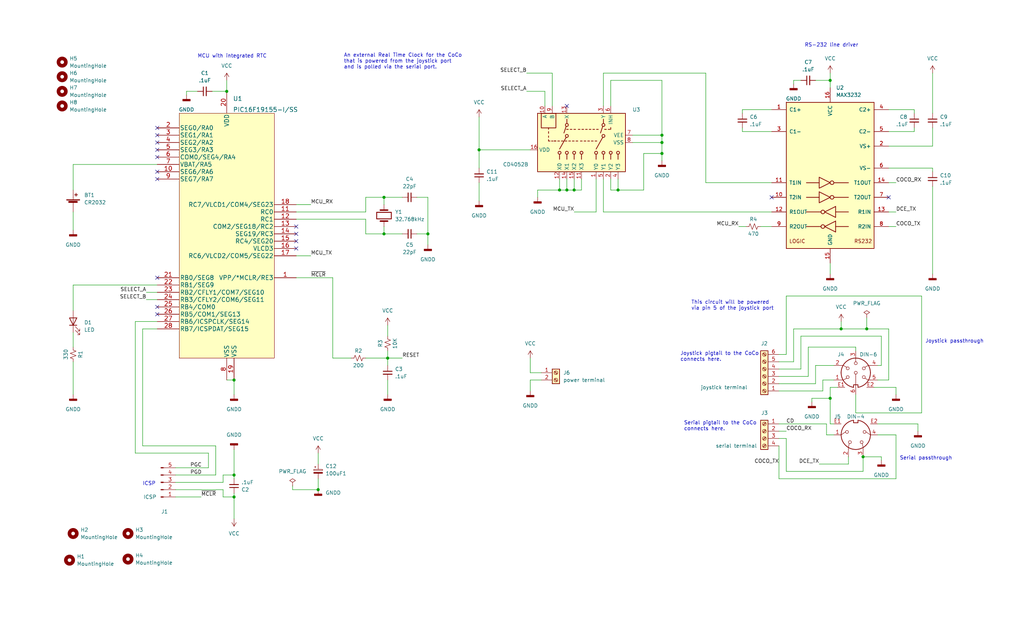
<source format=kicad_sch>
(kicad_sch (version 20211123) (generator eeschema)
  (paper "USLegal")
  (title_block (title "RS-232 RTC for the Tandy Color Computer") (date "2023-02-26") (rev "1.0.1") (comment 2 "Designed by Mark Siegel and Rocky Hill."))
  (lib_symbols
    (symbol "Analog_Switch:CD4052B"
      (property "Reference" "U" (at -10.16 16.51 0))
      (property "Value" "CD4052B" (at 3.81 16.51 0))
      (symbol "CD4052B_1_1"
        (pin bidirectional line (at 12.7 -5.08 180) (length 2.54) (name "Y0") (number "1"))
        (pin input line (at -12.7 12.7 0) (length 2.54) (name "A") (number "10"))
        (pin bidirectional line (at 12.7 0 180) (length 2.54) (name "X3") (number "11"))
        (pin bidirectional line (at 12.7 7.62 180) (length 2.54) (name "X0") (number "12"))
        (pin bidirectional line (at -12.7 5.08 0) (length 2.54) (name "X") (number "13"))
        (pin bidirectional line (at 12.7 5.08 180) (length 2.54) (name "X1") (number "14"))
        (pin bidirectional line (at 12.7 2.54 180) (length 2.54) (name "X2") (number "15"))
        (pin power_in line (at 2.54 17.78 270) (length 2.54) (name "VDD") (number "16"))
        (pin bidirectional line (at 12.7 -10.16 180) (length 2.54) (name "Y2") (number "2"))
        (pin bidirectional line (at -12.7 -7.62 0) (length 2.54) (name "Y") (number "3"))
        (pin bidirectional line (at 12.7 -12.7 180) (length 2.54) (name "Y3") (number "4"))
        (pin bidirectional line (at 12.7 -7.62 180) (length 2.54) (name "Y1") (number "5"))
        (pin input line (at -12.7 -10.16 0) (length 2.54) (name "INH") (number "6"))
        (pin power_in line (at -2.54 -17.78 90) (length 2.54) (name "VEE") (number "7"))
        (pin power_in line (at 0 -17.78 90) (length 2.54) (name "VSS") (number "8"))
        (pin input line (at -12.7 10.16 0) (length 2.54) (name "B") (number "9"))
      )
    )
    (symbol "Connector:Conn_01x05_Male" (pin_names (offset 1.016) hide)
      (property "Reference" "J" (at 0 7.62 0))
      (property "Value" "Conn_01x05_Male" (at 0 -7.62 0))
      (symbol "Conn_01x05_Male_1_1"
        (pin passive line (at 5.08 5.08 180) (length 3.81) (name "Pin_1") (number "1"))
        (pin passive line (at 5.08 2.54 180) (length 3.81) (name "Pin_2") (number "2"))
        (pin passive line (at 5.08 0 180) (length 3.81) (name "Pin_3") (number "3"))
        (pin passive line (at 5.08 -2.54 180) (length 3.81) (name "Pin_4") (number "4"))
        (pin passive line (at 5.08 -5.08 180) (length 3.81) (name "Pin_5") (number "5"))
      )
    )
    (symbol "Connector:Screw_Terminal_01x02" (pin_names (offset 1.016) hide)
      (property "Reference" "J" (at 0 2.54 0))
      (property "Value" "Screw_Terminal_01x02" (at 0 -5.08 0))
      (symbol "Screw_Terminal_01x02_1_1"
        (pin passive line (at -5.08 0 0) (length 3.81) (name "Pin_1") (number "1"))
        (pin passive line (at -5.08 -2.54 0) (length 3.81) (name "Pin_2") (number "2"))
      )
    )
    (symbol "Connector:Screw_Terminal_01x04" (pin_names (offset 1.016) hide)
      (property "Reference" "J" (at 0 5.08 0))
      (property "Value" "Screw_Terminal_01x04" (at 0 -7.62 0))
      (symbol "Screw_Terminal_01x04_1_1"
        (pin passive line (at -5.08 2.54 0) (length 3.81) (name "Pin_1") (number "1"))
        (pin passive line (at -5.08 0 0) (length 3.81) (name "Pin_2") (number "2"))
        (pin passive line (at -5.08 -2.54 0) (length 3.81) (name "Pin_3") (number "3"))
        (pin passive line (at -5.08 -5.08 0) (length 3.81) (name "Pin_4") (number "4"))
      )
    )
    (symbol "Connector:Screw_Terminal_01x06" (pin_names (offset 1.016) hide)
      (property "Reference" "J" (at 0 7.62 0))
      (property "Value" "Screw_Terminal_01x06" (at 0 -10.16 0))
      (symbol "Screw_Terminal_01x06_1_1"
        (pin passive line (at -5.08 5.08 0) (length 3.81) (name "Pin_1") (number "1"))
        (pin passive line (at -5.08 2.54 0) (length 3.81) (name "Pin_2") (number "2"))
        (pin passive line (at -5.08 0 0) (length 3.81) (name "Pin_3") (number "3"))
        (pin passive line (at -5.08 -2.54 0) (length 3.81) (name "Pin_4") (number "4"))
        (pin passive line (at -5.08 -5.08 0) (length 3.81) (name "Pin_5") (number "5"))
        (pin passive line (at -5.08 -7.62 0) (length 3.81) (name "Pin_6") (number "6"))
      )
    )
    (symbol "Device:Battery_Cell" (pin_numbers hide) (pin_names (offset 0) hide)
      (property "Reference" "BT" (at 2.54 2.54 0))
      (property "Value" "Battery_Cell" (at 2.54 0 0))
      (symbol "Battery_Cell_1_1"
        (pin passive line (at 0 5.08 270) (length 2.54) (name "+") (number "1"))
        (pin passive line (at 0 -2.54 90) (length 2.54) (name "-") (number "2"))
      )
    )
    (symbol "Device:C_Polarized_Small" (pin_numbers hide) (pin_names (offset 0.254) hide)
      (property "Reference" "C" (at 0.254 1.778 0))
      (property "Value" "C_Polarized_Small" (at 0.254 -2.032 0))
      (symbol "C_Polarized_Small_1_1"
        (pin passive line (at 0 2.54 270) (length 1.8542) (name "~") (number "1"))
        (pin passive line (at 0 -2.54 90) (length 1.8542) (name "~") (number "2"))
      )
    )
    (symbol "Device:C_Small" (pin_numbers hide) (pin_names (offset 0.254) hide)
      (property "Reference" "C" (at 0.254 1.778 0))
      (property "Value" "C_Small" (at 0.254 -2.032 0))
      (symbol "C_Small_1_1"
        (pin passive line (at 0 2.54 270) (length 2.032) (name "~") (number "1"))
        (pin passive line (at 0 -2.54 90) (length 2.032) (name "~") (number "2"))
      )
    )
    (symbol "Device:Crystal" (pin_numbers hide) (pin_names (offset 1.016) hide)
      (property "Reference" "Y" (at 0 3.81 0))
      (property "Value" "Crystal" (at 0 -3.81 0))
      (symbol "Crystal_1_1"
        (pin passive line (at -3.81 0 0) (length 1.27) (name "1") (number "1"))
        (pin passive line (at 3.81 0 180) (length 1.27) (name "2") (number "2"))
      )
    )
    (symbol "Device:LED" (pin_numbers hide) (pin_names (offset 1.016) hide)
      (property "Reference" "D" (at 0 2.54 0))
      (property "Value" "LED" (at 0 -2.54 0))
      (symbol "LED_1_1"
        (pin passive line (at -3.81 0 0) (length 2.54) (name "K") (number "1"))
        (pin passive line (at 3.81 0 180) (length 2.54) (name "A") (number "2"))
      )
    )
    (symbol "Device:R_Small_US" (pin_numbers hide) (pin_names (offset 0.254) hide)
      (property "Reference" "R" (at 0.762 0.508 0))
      (property "Value" "R_Small_US" (at 0.762 -1.016 0))
      (symbol "R_Small_US_1_1"
        (pin passive line (at 0 2.54 270) (length 1.016) (name "~") (number "1"))
        (pin passive line (at 0 -2.54 90) (length 1.016) (name "~") (number "2"))
      )
    )
    (symbol "Interface_UART:MAX3232" (pin_names (offset 1.016))
      (property "Reference" "U" (at -2.54 28.575 0))
      (property "Value" "MAX3232" (at -2.54 26.67 0))
      (symbol "MAX3232_0_0"
        (text "LOGIC" (at -11.43 -22.86 0) (effects (font (size 1.27 1.27))))
        (text "RS232" (at 11.43 -22.86 0) (effects (font (size 1.27 1.27))))
      )
      (symbol "MAX3232_1_1"
        (pin passive line (at -20.32 22.86 0) (length 5.08) (name "C1+") (number "1"))
        (pin input line (at -20.32 -7.62 0) (length 5.08) (name "T2IN") (number "10"))
        (pin input line (at -20.32 -2.54 0) (length 5.08) (name "T1IN") (number "11"))
        (pin output line (at -20.32 -12.7 0) (length 5.08) (name "R1OUT") (number "12"))
        (pin input line (at 20.32 -12.7 180) (length 5.08) (name "R1IN") (number "13"))
        (pin output line (at 20.32 -2.54 180) (length 5.08) (name "T1OUT") (number "14"))
        (pin power_in line (at 0 -30.48 90) (length 5.08) (name "GND") (number "15"))
        (pin power_in line (at 0 30.48 270) (length 5.08) (name "VCC") (number "16"))
        (pin power_out line (at 20.32 10.16 180) (length 5.08) (name "VS+") (number "2"))
        (pin passive line (at -20.32 15.24 0) (length 5.08) (name "C1-") (number "3"))
        (pin passive line (at 20.32 22.86 180) (length 5.08) (name "C2+") (number "4"))
        (pin passive line (at 20.32 15.24 180) (length 5.08) (name "C2-") (number "5"))
        (pin power_out line (at 20.32 2.54 180) (length 5.08) (name "VS-") (number "6"))
        (pin output line (at 20.32 -7.62 180) (length 5.08) (name "T2OUT") (number "7"))
        (pin input line (at 20.32 -17.78 180) (length 5.08) (name "R2IN") (number "8"))
        (pin output line (at -20.32 -17.78 0) (length 5.08) (name "R2OUT") (number "9"))
      )
    )
    (symbol "Mechanical:MountingHole" (pin_names (offset 1.016))
      (property "Reference" "H" (at 0 5.08 0))
      (property "Value" "MountingHole" (at 0 3.175 0))
    )
    (symbol "power:GNDD" (power) (pin_names (offset 0))
      (property "Value" "GNDD" (at 0 -3.175 0))
      (symbol "GNDD_1_1"
        (pin power_in line (at 0 0 270) (length 0) hide (name "GNDD") (number "1"))
      )
    )
    (symbol "power:PWR_FLAG" (power) (pin_numbers hide) (pin_names (offset 0) hide)
      (property "Value" "PWR_FLAG" (at 0 3.81 0))
      (symbol "PWR_FLAG_0_0"
        (pin power_out line (at 0 0 90) (length 0) (name "pwr") (number "1"))
      )
    )
    (symbol "power:VCC" (power) (pin_names (offset 0))
      (property "Value" "VCC" (at 0 3.81 0))
      (symbol "VCC_1_1"
        (pin power_in line (at 0 0 90) (length 0) hide (name "VCC") (number "1"))
      )
    )
    (symbol "serial_rtc:DIN-4-Connector" (pin_names (offset 1.016))
      (property "Reference" "J" (at 5.334 5.08 0))
      (property "Value" "DIN-4-Connector" (at 0 -6.35 0))
      (symbol "DIN-4-Connector_1_1"
        (pin passive line (at -7.62 0 0) (length 2.54) (name "~") (number "1"))
        (pin passive line (at -2.54 7.62 270) (length 2.54) (name "~") (number "2"))
        (pin passive line (at 2.54 7.62 270) (length 2.54) (name "~") (number "3"))
        (pin passive line (at 7.62 0 180) (length 2.54) (name "~") (number "4"))
        (pin passive line (at -7.62 -3.81 0) (length 2.54) (name "") (number "E1"))
        (pin passive line (at 7.62 -3.81 180) (length 2.54) (name "") (number "E2"))
      )
    )
    (symbol "serial_rtc:DIN-6-Connector" (pin_names (offset 1.016))
      (property "Reference" "J" (at 3.175 5.715 0))
      (property "Value" "DIN-6-Connector" (at 5.08 -7.62 0))
      (symbol "DIN-6-Connector_1_1"
        (pin passive line (at -7.62 -2.54 0) (length 2.54) (name "~") (number "1"))
        (pin passive line (at -7.62 2.54 0) (length 2.54) (name "~") (number "2"))
        (pin passive line (at 0 7.62 270) (length 2.54) (name "~") (number "3"))
        (pin passive line (at 7.62 2.54 180) (length 2.54) (name "~") (number "4"))
        (pin passive line (at 7.62 -2.54 180) (length 2.54) (name "~") (number "5"))
        (pin passive line (at 0 -7.62 90) (length 2.54) (name "~") (number "6"))
        (pin passive line (at -6.35 -5.08 0) (length 2.54) (name "") (number "E1"))
        (pin passive line (at 6.35 -5.08 180) (length 2.54) (name "") (number "E2"))
      )
    )
    (symbol "serial_rtc:PIC16F19155-I{slash}SS" (pin_names (offset 0.254))
      (property "Reference" "U" (at 33.02 5.08 0))
      (property "Value" "PIC16F19155-I{slash}SS" (at 7.62 6.35 0))
      (symbol "PIC16F19155-I{slash}SS_1_1"
        (pin bidirectional line (at 48.26 -54.61 180) (length 7.62) (name "VPP/*MCLR/RE3") (number "1"))
        (pin bidirectional line (at 0 -17.78 0) (length 7.62) (name "SEG6/RA6") (number "10"))
        (pin bidirectional line (at 48.26 -31.75 180) (length 7.62) (name "RC0") (number "11"))
        (pin bidirectional line (at 48.26 -34.29 180) (length 7.62) (name "RC1") (number "12"))
        (pin bidirectional line (at 48.26 -36.83 180) (length 7.62) (name "COM2/SEG18/RC2") (number "13"))
        (pin bidirectional line (at 48.26 -39.37 180) (length 7.62) (name "SEG19/RC3") (number "14"))
        (pin bidirectional line (at 48.26 -41.91 180) (length 7.62) (name "RC4/SEG20") (number "15"))
        (pin bidirectional line (at 48.26 -44.45 180) (length 7.62) (name "VLCD3") (number "16"))
        (pin bidirectional line (at 48.26 -46.99 180) (length 7.62) (name "RC6/VLCD2/COM5/SEG22") (number "17"))
        (pin bidirectional line (at 48.26 -29.21 180) (length 7.62) (name "RC7/VLCD1/COM4/SEG23") (number "18"))
        (pin power_in line (at 26.67 -90.17 90) (length 7.62) (name "VSS") (number "19"))
        (pin bidirectional line (at 0 -2.54 0) (length 7.62) (name "SEG0/RA0") (number "2"))
        (pin power_in line (at 24.13 10.16 270) (length 7.62) (name "VDD") (number "20"))
        (pin bidirectional line (at 0 -54.61 0) (length 7.62) (name "RB0/SEG8") (number "21"))
        (pin bidirectional line (at 0 -57.15 0) (length 7.62) (name "RB1/SEG9") (number "22"))
        (pin bidirectional line (at 0 -59.69 0) (length 7.62) (name "RB2/CFLY1/COM7/SEG10") (number "23"))
        (pin bidirectional line (at 0 -62.23 0) (length 7.62) (name "RB3/CFLY2/COM6/SEG11") (number "24"))
        (pin bidirectional line (at 0 -64.77 0) (length 7.62) (name "RB4/COM0") (number "25"))
        (pin bidirectional line (at 0 -67.31 0) (length 7.62) (name "RB5/COM1/SEG13") (number "26"))
        (pin bidirectional line (at 0 -69.85 0) (length 7.62) (name "RB6/ICSPCLK/SEG14") (number "27"))
        (pin bidirectional line (at 0 -72.39 0) (length 7.62) (name "RB7/ICSPDAT/SEG15") (number "28"))
        (pin bidirectional line (at 0 -5.08 0) (length 7.62) (name "SEG1/RA1") (number "3"))
        (pin bidirectional line (at 0 -7.62 0) (length 7.62) (name "SEG2/RA2") (number "4"))
        (pin bidirectional line (at 0 -10.16 0) (length 7.62) (name "SEG3/RA3") (number "5"))
        (pin bidirectional line (at 0 -12.7 0) (length 7.62) (name "COM0/SEG4/RA4") (number "6"))
        (pin unspecified line (at 0 -15.24 0) (length 7.62) (name "VBAT/RA5") (number "7"))
        (pin power_in line (at 24.13 -90.17 90) (length 7.62) (name "VSS") (number "8"))
        (pin bidirectional line (at 0 -20.32 0) (length 7.62) (name "SEG7/RA7") (number "9"))
      )
    )
  )
  (junction (at 299.72 158.75))
  (junction (at 288.29 138.43))
  (junction (at 229.87 49.53))
  (junction (at 133.35 81.28))
  (junction (at 194.31 66.04))
  (junction (at 292.1 114.3))
  (junction (at 300.99 114.3))
  (junction (at 110.49 170.18))
  (junction (at 166.37 52.07))
  (junction (at 81.28 165.1))
  (junction (at 196.85 66.04))
  (junction (at 229.87 46.99))
  (junction (at 229.87 53.34))
  (junction (at 148.59 81.28))
  (junction (at 288.29 27.94))
  (junction (at 78.74 31.75))
  (junction (at 214.63 66.04))
  (junction (at 133.35 68.58))
  (junction (at 81.28 132.08))
  (junction (at 199.39 66.04))
  (junction (at 81.28 172.72))
  (junction (at 134.62 124.46))
  (no_connect (at 54.61 59.69))
  (no_connect (at 54.61 46.99))
  (no_connect (at 54.61 52.07))
  (no_connect (at 102.87 78.74))
  (no_connect (at 54.61 54.61))
  (no_connect (at 54.61 49.53))
  (no_connect (at 102.87 86.36))
  (no_connect (at 54.61 96.52))
  (no_connect (at 54.61 109.22))
  (no_connect (at 308.61 68.58))
  (no_connect (at 267.97 68.58))
  (no_connect (at 102.87 83.82))
  (no_connect (at 196.85 36.83))
  (no_connect (at 54.61 62.23))
  (no_connect (at 54.61 106.68))
  (no_connect (at 102.87 81.28))
  (no_connect (at 54.61 44.45))
  (wire (pts (xy 273.05 163.83) (xy 299.72 163.83)))
  (wire (pts (xy 270.51 130.81) (xy 280.67 130.81)))
  (wire (pts (xy 46.99 157.48) (xy 72.39 157.48)))
  (wire (pts (xy 199.39 62.23) (xy 199.39 66.04)))
  (wire (pts (xy 308.61 38.1) (xy 317.5 38.1)))
  (wire (pts (xy 46.99 111.76) (xy 46.99 157.48)))
  (wire (pts (xy 323.85 64.77) (xy 323.85 95.25)))
  (wire (pts (xy 81.28 132.08) (xy 81.28 137.16)))
  (wire (pts (xy 199.39 73.66) (xy 207.01 73.66)))
  (wire (pts (xy 194.31 62.23) (xy 194.31 66.04)))
  (wire (pts (xy 133.35 68.58) (xy 133.35 71.12)))
  (wire (pts (xy 270.51 154.94) (xy 270.51 166.37)))
  (wire (pts (xy 270.51 166.37) (xy 311.15 166.37)))
  (wire (pts (xy 288.29 134.62) (xy 288.29 138.43)))
  (wire (pts (xy 273.05 152.4) (xy 273.05 163.83)))
  (wire (pts (xy 81.28 180.34) (xy 81.28 172.72)))
  (wire (pts (xy 207.01 62.23) (xy 207.01 73.66)))
  (wire (pts (xy 81.28 172.72) (xy 81.28 171.45)))
  (wire (pts (xy 25.4 115.57) (xy 25.4 120.65)))
  (wire (pts (xy 78.74 27.94) (xy 78.74 31.75)))
  (wire (pts (xy 121.92 124.46) (xy 115.57 124.46)))
  (wire (pts (xy 212.09 62.23) (xy 212.09 66.04)))
  (wire (pts (xy 229.87 46.99) (xy 229.87 49.53)))
  (wire (pts (xy 184.15 129.54) (xy 187.96 129.54)))
  (wire (pts (xy 223.52 66.04) (xy 223.52 53.34)))
  (wire (pts (xy 311.15 134.62) (xy 311.15 137.16)))
  (wire (pts (xy 317.5 45.72) (xy 308.61 45.72)))
  (wire (pts (xy 306.07 127) (xy 304.8 127)))
  (wire (pts (xy 127 76.2) (xy 127 81.28)))
  (wire (pts (xy 134.62 113.03) (xy 134.62 116.84)))
  (wire (pts (xy 284.48 161.29) (xy 294.64 161.29)))
  (wire (pts (xy 281.94 138.43) (xy 288.29 138.43)))
  (wire (pts (xy 127 81.28) (xy 133.35 81.28)))
  (wire (pts (xy 306.07 116.84) (xy 306.07 127)))
  (wire (pts (xy 50.8 104.14) (xy 54.61 104.14)))
  (wire (pts (xy 54.61 99.06) (xy 25.4 99.06)))
  (wire (pts (xy 297.18 120.65) (xy 297.18 121.92)))
  (wire (pts (xy 304.8 151.13) (xy 311.15 151.13)))
  (wire (pts (xy 297.18 143.51) (xy 320.04 143.51)))
  (wire (pts (xy 219.71 46.99) (xy 229.87 46.99)))
  (wire (pts (xy 288.29 27.94) (xy 288.29 30.48)))
  (wire (pts (xy 270.51 135.89) (xy 285.75 135.89)))
  (wire (pts (xy 283.21 133.35) (xy 283.21 127)))
  (wire (pts (xy 184.15 132.08) (xy 184.15 135.89)))
  (wire (pts (xy 134.62 132.08) (xy 134.62 137.16)))
  (wire (pts (xy 133.35 68.58) (xy 139.7 68.58)))
  (wire (pts (xy 54.61 57.15) (xy 25.4 57.15)))
  (wire (pts (xy 166.37 52.07) (xy 166.37 58.42)))
  (wire (pts (xy 275.59 125.73) (xy 275.59 114.3)))
  (wire (pts (xy 223.52 53.34) (xy 229.87 53.34)))
  (wire (pts (xy 288.29 91.44) (xy 288.29 95.25)))
  (wire (pts (xy 278.13 27.94) (xy 275.59 27.94)))
  (wire (pts (xy 229.87 27.94) (xy 229.87 46.99)))
  (wire (pts (xy 77.47 172.72) (xy 81.28 172.72)))
  (wire (pts (xy 102.87 96.52) (xy 115.57 96.52)))
  (wire (pts (xy 148.59 68.58) (xy 148.59 81.28)))
  (wire (pts (xy 60.96 165.1) (xy 74.93 165.1)))
  (wire (pts (xy 209.55 36.83) (xy 209.55 25.4)))
  (wire (pts (xy 102.87 76.2) (xy 127 76.2)))
  (wire (pts (xy 281.94 139.7) (xy 281.94 138.43)))
  (wire (pts (xy 212.09 66.04) (xy 214.63 66.04)))
  (wire (pts (xy 68.58 31.75) (xy 64.77 31.75)))
  (wire (pts (xy 64.77 31.75) (xy 64.77 33.02)))
  (wire (pts (xy 278.13 116.84) (xy 306.07 116.84)))
  (wire (pts (xy 77.47 167.64) (xy 77.47 165.1)))
  (wire (pts (xy 275.59 114.3) (xy 292.1 114.3)))
  (wire (pts (xy 166.37 52.07) (xy 166.37 40.64)))
  (wire (pts (xy 196.85 62.23) (xy 196.85 66.04)))
  (wire (pts (xy 283.21 127) (xy 289.56 127)))
  (wire (pts (xy 184.15 52.07) (xy 166.37 52.07)))
  (wire (pts (xy 101.6 170.18) (xy 110.49 170.18)))
  (wire (pts (xy 144.78 68.58) (xy 148.59 68.58)))
  (wire (pts (xy 270.51 152.4) (xy 273.05 152.4)))
  (wire (pts (xy 320.04 143.51) (xy 320.04 102.87)))
  (wire (pts (xy 275.59 27.94) (xy 275.59 29.21)))
  (wire (pts (xy 303.53 134.62) (xy 311.15 134.62)))
  (wire (pts (xy 102.87 73.66) (xy 127 73.66)))
  (wire (pts (xy 287.02 151.13) (xy 289.56 151.13)))
  (wire (pts (xy 299.72 163.83) (xy 299.72 158.75)))
  (wire (pts (xy 292.1 111.76) (xy 292.1 114.3)))
  (wire (pts (xy 134.62 124.46) (xy 139.7 124.46)))
  (wire (pts (xy 77.47 170.18) (xy 77.47 172.72)))
  (wire (pts (xy 308.61 73.66) (xy 311.15 73.66)))
  (wire (pts (xy 317.5 44.45) (xy 317.5 45.72)))
  (wire (pts (xy 25.4 99.06) (xy 25.4 107.95)))
  (wire (pts (xy 323.85 50.8) (xy 308.61 50.8)))
  (wire (pts (xy 186.69 66.04) (xy 186.69 68.58)))
  (wire (pts (xy 292.1 114.3) (xy 300.99 114.3)))
  (wire (pts (xy 214.63 62.23) (xy 214.63 66.04)))
  (wire (pts (xy 273.05 102.87) (xy 320.04 102.87)))
  (wire (pts (xy 191.77 25.4) (xy 191.77 36.83)))
  (wire (pts (xy 189.23 31.75) (xy 189.23 36.83)))
  (wire (pts (xy 25.4 125.73) (xy 25.4 137.16)))
  (wire (pts (xy 194.31 66.04) (xy 186.69 66.04)))
  (wire (pts (xy 78.74 132.08) (xy 81.28 132.08)))
  (wire (pts (xy 287.02 147.32) (xy 287.02 151.13)))
  (wire (pts (xy 288.29 138.43) (xy 288.29 147.32)))
  (wire (pts (xy 134.62 124.46) (xy 134.62 127)))
  (wire (pts (xy 127 73.66) (xy 127 68.58)))
  (wire (pts (xy 245.11 25.4) (xy 245.11 63.5)))
  (wire (pts (xy 306.07 158.75) (xy 299.72 158.75)))
  (wire (pts (xy 49.53 114.3) (xy 49.53 154.94)))
  (wire (pts (xy 267.97 38.1) (xy 257.81 38.1)))
  (wire (pts (xy 196.85 66.04) (xy 194.31 66.04)))
  (wire (pts (xy 306.07 160.02) (xy 306.07 158.75)))
  (wire (pts (xy 257.81 44.45) (xy 257.81 45.72)))
  (wire (pts (xy 184.15 124.46) (xy 184.15 129.54)))
  (wire (pts (xy 214.63 66.04) (xy 223.52 66.04)))
  (wire (pts (xy 54.61 111.76) (xy 46.99 111.76)))
  (wire (pts (xy 72.39 157.48) (xy 72.39 162.56)))
  (wire (pts (xy 60.96 162.56) (xy 72.39 162.56)))
  (wire (pts (xy 308.61 114.3) (xy 308.61 132.08)))
  (wire (pts (xy 285.75 132.08) (xy 289.56 132.08)))
  (wire (pts (xy 199.39 66.04) (xy 196.85 66.04)))
  (wire (pts (xy 212.09 27.94) (xy 229.87 27.94)))
  (wire (pts (xy 300.99 114.3) (xy 308.61 114.3)))
  (wire (pts (xy 212.09 36.83) (xy 212.09 27.94)))
  (wire (pts (xy 270.51 147.32) (xy 287.02 147.32)))
  (wire (pts (xy 323.85 44.45) (xy 323.85 50.8)))
  (wire (pts (xy 209.55 73.66) (xy 267.97 73.66)))
  (wire (pts (xy 127 124.46) (xy 134.62 124.46)))
  (wire (pts (xy 304.8 147.32) (xy 318.77 147.32)))
  (wire (pts (xy 270.51 149.86) (xy 273.05 149.86)))
  (wire (pts (xy 229.87 53.34) (xy 229.87 55.88)))
  (wire (pts (xy 60.96 170.18) (xy 77.47 170.18)))
  (wire (pts (xy 201.93 62.23) (xy 201.93 66.04)))
  (wire (pts (xy 166.37 63.5) (xy 166.37 69.85)))
  (wire (pts (xy 133.35 81.28) (xy 139.7 81.28)))
  (wire (pts (xy 201.93 66.04) (xy 199.39 66.04)))
  (wire (pts (xy 229.87 49.53) (xy 229.87 53.34)))
  (wire (pts (xy 270.51 123.19) (xy 273.05 123.19)))
  (wire (pts (xy 74.93 154.94) (xy 74.93 165.1)))
  (wire (pts (xy 54.61 114.3) (xy 49.53 114.3)))
  (wire (pts (xy 308.61 78.74) (xy 311.15 78.74)))
  (wire (pts (xy 270.51 133.35) (xy 283.21 133.35)))
  (wire (pts (xy 245.11 63.5) (xy 267.97 63.5)))
  (wire (pts (xy 270.51 128.27) (xy 278.13 128.27)))
  (wire (pts (xy 148.59 81.28) (xy 148.59 85.09)))
  (wire (pts (xy 288.29 25.4) (xy 288.29 27.94)))
  (wire (pts (xy 308.61 63.5) (xy 311.15 63.5)))
  (wire (pts (xy 25.4 57.15) (xy 25.4 66.04)))
  (wire (pts (xy 270.51 125.73) (xy 275.59 125.73)))
  (wire (pts (xy 60.96 172.72) (xy 69.85 172.72)))
  (wire (pts (xy 134.62 121.92) (xy 134.62 124.46)))
  (wire (pts (xy 257.81 45.72) (xy 267.97 45.72)))
  (wire (pts (xy 25.4 73.66) (xy 25.4 80.01)))
  (wire (pts (xy 187.96 132.08) (xy 184.15 132.08)))
  (wire (pts (xy 323.85 58.42) (xy 323.85 59.69)))
  (wire (pts (xy 133.35 81.28) (xy 133.35 78.74)))
  (wire (pts (xy 311.15 166.37) (xy 311.15 151.13)))
  (wire (pts (xy 308.61 132.08) (xy 304.8 132.08)))
  (wire (pts (xy 273.05 102.87) (xy 273.05 123.19)))
  (wire (pts (xy 81.28 165.1) (xy 81.28 156.21)))
  (wire (pts (xy 283.21 27.94) (xy 288.29 27.94)))
  (wire (pts (xy 280.67 130.81) (xy 280.67 120.65)))
  (wire (pts (xy 290.83 134.62) (xy 288.29 134.62)))
  (wire (pts (xy 50.8 101.6) (xy 54.61 101.6)))
  (wire (pts (xy 278.13 128.27) (xy 278.13 116.84)))
  (wire (pts (xy 257.81 38.1) (xy 257.81 39.37)))
  (wire (pts (xy 294.64 161.29) (xy 294.64 158.75)))
  (wire (pts (xy 209.55 25.4) (xy 245.11 25.4)))
  (wire (pts (xy 288.29 147.32) (xy 289.56 147.32)))
  (wire (pts (xy 110.49 166.37) (xy 110.49 170.18)))
  (wire (pts (xy 297.18 137.16) (xy 297.18 143.51)))
  (wire (pts (xy 182.88 31.75) (xy 189.23 31.75)))
  (wire (pts (xy 49.53 154.94) (xy 74.93 154.94)))
  (wire (pts (xy 308.61 58.42) (xy 323.85 58.42)))
  (wire (pts (xy 256.54 78.74) (xy 259.08 78.74)))
  (wire (pts (xy 300.99 110.49) (xy 300.99 114.3)))
  (wire (pts (xy 148.59 81.28) (xy 144.78 81.28)))
  (wire (pts (xy 77.47 165.1) (xy 81.28 165.1)))
  (wire (pts (xy 323.85 25.4) (xy 323.85 39.37)))
  (wire (pts (xy 81.28 166.37) (xy 81.28 165.1)))
  (wire (pts (xy 115.57 124.46) (xy 115.57 96.52)))
  (wire (pts (xy 102.87 88.9) (xy 107.95 88.9)))
  (wire (pts (xy 73.66 31.75) (xy 78.74 31.75)))
  (wire (pts (xy 209.55 62.23) (xy 209.55 73.66)))
  (wire (pts (xy 60.96 167.64) (xy 77.47 167.64)))
  (wire (pts (xy 182.88 25.4) (xy 191.77 25.4)))
  (wire (pts (xy 264.16 78.74) (xy 267.97 78.74)))
  (wire (pts (xy 318.77 147.32) (xy 318.77 149.86)))
  (wire (pts (xy 127 68.58) (xy 133.35 68.58)))
  (wire (pts (xy 285.75 135.89) (xy 285.75 132.08)))
  (wire (pts (xy 317.5 38.1) (xy 317.5 39.37)))
  (wire (pts (xy 101.6 168.91) (xy 101.6 170.18)))
  (wire (pts (xy 280.67 120.65) (xy 297.18 120.65)))
  (wire (pts (xy 110.49 157.48) (xy 110.49 161.29)))
  (wire (pts (xy 219.71 49.53) (xy 229.87 49.53)))
  (wire (pts (xy 102.87 71.12) (xy 107.95 71.12)))
  (text "RS-232 line driver" (at 279.4 16.51 0) (effects (font (size 1.27 1.27)) (justify left bottom)))
  (text "An external Real Time Clock for the CoCo\nthat is powered from the joystick port\nand is polled via the serial port." (at 119.38 24.13 0) (effects (font (size 1.27 1.27)) (justify left bottom)))
  (text "Joystick passthrough" (at 321.31 119.38 0) (effects (font (size 1.27 1.27)) (justify left bottom)))
  (text "MCU with integrated RTC" (at 68.58 20.32 0) (effects (font (size 1.27 1.27)) (justify left bottom)))
  (text "Joystick pigtail to the CoCo\nconnects here." (at 236.22 125.73 0) (effects (font (size 1.27 1.27)) (justify left bottom)))
  (text "This circuit will be powered\nvia pin 5 of the joystick port" (at 240.03 107.95 0) (effects (font (size 1.27 1.27)) (justify left bottom)))
  (text "ICSP" (at 49.53 168.91 0) (effects (font (size 1.27 1.27)) (justify left bottom)))
  (text "Serial pigtail to the CoCo\nconnects here." (at 237.49 149.86 0) (effects (font (size 1.27 1.27)) (justify left bottom)))
  (text "Serial passthrough" (at 312.42 160.02 0) (effects (font (size 1.27 1.27)) (justify left bottom)))
  (label "PGD" (at 66.04 165.1 0))
  (label "RESET" (at 139.7 124.46 0))
  (label "MCU_RX" (at 107.95 71.12 0))
  (label "MCU_RX" (at 256.54 78.74 180))
  (label "~{MCLR}" (at 107.95 96.52 0))
  (label "SELECT_B" (at 182.88 25.4 180))
  (label "SELECT_A" (at 50.8 101.6 180))
  (label "COCO_TX" (at 311.15 78.74 0))
  (label "COCO_RX" (at 273.05 149.86 0))
  (label "MCU_TX" (at 107.95 88.9 0))
  (label "COCO_RX" (at 311.15 63.5 0))
  (label "SELECT_A" (at 182.88 31.75 180))
  (label "DCE_TX" (at 284.48 161.29 180))
  (label "COCO_TX" (at 270.51 161.29 180))
  (label "~{MCLR}" (at 69.85 172.72 0))
  (label "PGC" (at 66.04 162.56 0))
  (label "DCE_TX" (at 311.15 73.66 0))
  (label "CD" (at 273.05 147.32 0))
  (label "MCU_TX" (at 199.39 73.66 180))
  (label "SELECT_B" (at 50.8 104.14 180))
  (symbol (lib_id "power:VCC") (at 166.37 40.64 0) (unit 1)
    (property "Reference" "#PWR021" (effects hide))
    (property "Value" "VCC" (at 166.37 35.56 0))
  )
  (symbol (lib_id "power:VCC") (at 110.49 157.48 0) (unit 1)
    (property "Reference" "#PWR08" (effects hide))
    (property "Value" "VCC" (at 110.49 152.4 0))
  )
  (symbol (lib_id "power:GNDD") (at 275.59 29.21 0) (unit 1)
    (property "Reference" "#PWR013" (effects hide))
    (property "Value" "GNDD" (at 275.59 34.29 0))
  )
  (symbol (lib_id "power:GNDD") (at 229.87 55.88 0) (unit 1)
    (property "Reference" "#PWR023" (effects hide))
    (property "Value" "GNDD" (at 229.87 60.96 0))
  )
  (symbol (lib_id "Device:C_Polarized_Small") (at 110.49 163.83 0) (unit 1)
    (property "Reference" "C12" (at 113.03 162.0138 0) (effects (justify left)))
    (property "Value" "100uF1" (at 113.03 164.5538 0) (effects (justify left)))
    (property "Footprint" "Capacitor_Tantalum_SMD:CP_EIA-3528-21_Kemet-B_Pad1.50x2.35mm_HandSolder" (effects hide))
    (property "Datasheet" "https://datasheet.lcsc.com/lcsc/2111161030_Kyocera-AVX-TAJB107K006RNJ-_C16133.pdf" (effects hide))
    (property "Vendor" " LCSC" (effects hide))
    (property "Vendor part#" "C16133" (effects hide))
    (property "Manufacturer part#" "TAJB107K006RNJ" (effects hide))
  )
  (symbol (lib_id "power:GNDD") (at 25.4 137.16 0) (unit 1)
    (property "Reference" "#PWR02" (effects hide))
    (property "Value" "GNDD" (at 25.4 142.24 0))
  )
  (symbol (lib_id "Device:C_Small") (at 166.37 60.96 180) (unit 1)
    (property "Reference" "C11" (at 168.91 59.6835 0) (effects (justify right)))
    (property "Value" ".1uF" (at 168.91 62.2235 0) (effects (justify right)))
    (property "Footprint" "Capacitor_SMD:C_0805_2012Metric_Pad1.18x1.45mm_HandSolder" (effects hide))
    (property "Datasheet" " https://datasheet.lcsc.com/lcsc/1810101813_YAGEO-CC0805KRX7R9BB104_C49678.pdf" (effects hide))
    (property "Vendor" " LCSC" (effects hide))
    (property "Vendor part#" "C49678" (effects hide))
    (property "Manufacturer part#" "CC0805KRX7R9BB104" (effects hide))
  )
  (symbol (lib_id "Mechanical:MountingHole") (at 25.4 185.42 0) (unit 1)
    (property "Reference" "H2" (at 27.94 184.1499 0) (effects (justify left)))
    (property "Value" "MountingHole" (at 27.94 186.6899 0) (effects (justify left)))
    (property "Footprint" "MountingHole:MountingHole_4mm" (effects hide))
  )
  (symbol (lib_id "Device:R_Small_US") (at 124.46 124.46 90) (unit 1)
    (property "Reference" "R2" (at 124.46 121.92 90))
    (property "Value" "200" (at 124.46 127 90))
    (property "Footprint" "Resistor_SMD:R_0805_2012Metric_Pad1.20x1.40mm_HandSolder" (effects hide))
    (property "Datasheet" "https://datasheet.lcsc.com/lcsc/2206010200_UNI-ROYAL-Uniroyal-Elec-0805W8F2000T5E_C17540.pdf" (effects hide))
    (property "Vendor" " LCSC" (effects hide))
    (property "Vendor part#" "C17540" (effects hide))
    (property "Manufacturer part#" "0805W8F2000T5E" (effects hide))
  )
  (symbol (lib_id "serial_rtc:DIN-4-Connector") (at 297.18 151.13 0) (mirror x) (unit 1)
    (property "Reference" "J5" (at 290.83 144.78 0))
    (property "Value" "DIN-4" (at 297.18 144.78 0))
    (property "Footprint" "serial_rtc.kicad:CUI_SDS-40J" (effects hide))
    (property "Datasheet" "https://www.cuidevices.com/product/resource/digikeypdf/sds-j.pdf" (effects hide))
    (property "Vendor" "digikey" (effects hide))
    (property "Vendor part#" "CP-2340-ND" (effects hide))
    (property "Manufacturer part#" "SDS-40J" (effects hide))
  )
  (symbol (lib_id "power:GNDD") (at 166.37 69.85 0) (unit 1)
    (property "Reference" "#PWR022" (effects hide))
    (property "Value" "GNDD" (at 166.37 74.93 0))
  )
  (symbol (lib_id "Interface_UART:MAX3232") (at 288.29 60.96 0) (unit 1)
    (property "Reference" "U2" (at 290.3094 30.48 0) (effects (justify left)))
    (property "Value" "MAX3232" (at 290.3094 33.02 0) (effects (justify left)))
    (property "Footprint" "Package_SO:TSSOP-16-1EP_4.4x5mm_P0.65mm" (effects hide))
    (property "Datasheet" "http://www.ti.com/general/docs/suppproductinfo.tsp?distId=10&gotoUrl=http%3A%2F%2Fwww.ti.com%2Flit%2Fgpn%2Fmax3232" (effects hide))
    (property "Vendor" " LCSC" (effects hide))
    (property "Vendor part#" "C19767" (effects hide))
    (property "Manufacturer part#" "MAX3232EUE+T" (effects hide))
  )
  (symbol (lib_id "power:GNDD") (at 323.85 95.25 0) (unit 1)
    (property "Reference" "#PWR020" (effects hide))
    (property "Value" "GNDD" (at 323.85 100.33 0))
  )
  (symbol (lib_id "Device:C_Small") (at 317.5 41.91 0) (unit 1)
    (property "Reference" "C8" (at 312.42 40.64 0) (effects (justify left)))
    (property "Value" ".1uF" (at 311.15 43.18 0) (effects (justify left)))
    (property "Footprint" "Capacitor_SMD:C_0805_2012Metric_Pad1.18x1.45mm_HandSolder" (effects hide))
    (property "Datasheet" " https://datasheet.lcsc.com/lcsc/1810101813_YAGEO-CC0805KRX7R9BB104_C49678.pdf" (effects hide))
    (property "Vendor" " LCSC" (effects hide))
    (property "Vendor part#" "C49678" (effects hide))
    (property "Manufacturer part#" "CC0805KRX7R9BB104" (effects hide))
  )
  (symbol (lib_id "Device:R_Small_US") (at 261.62 78.74 90) (unit 1)
    (property "Reference" "R4" (at 261.62 76.2 90))
    (property "Value" "470" (at 261.62 81.28 90))
    (property "Footprint" "Resistor_SMD:R_0805_2012Metric_Pad1.20x1.40mm_HandSolder" (effects hide))
    (property "Datasheet" "https://datasheet.lcsc.com/lcsc/2206010200_UNI-ROYAL-Uniroyal-Elec-0805W8F4700T5E_C17710.pdf" (effects hide))
    (property "Vendor" " LCSC" (effects hide))
    (property "Vendor part#" "C17710" (effects hide))
    (property "Manufacturer part#" "0805W8F4700T5E" (effects hide))
  )
  (symbol (lib_id "Device:C_Small") (at 142.24 81.28 270) (unit 1)
    (property "Reference" "C5" (at 142.24 85.09 90))
    (property "Value" "22pF" (at 142.24 87.63 90))
    (property "Footprint" "Capacitor_SMD:C_0805_2012Metric_Pad1.18x1.45mm_HandSolder" (effects hide))
    (property "Datasheet" "https://datasheet.lcsc.com/lcsc/1810271113_Samsung-Electro-Mechanics-CL21C220JBANNNC_C1804.pdf" (effects hide))
    (property "Vendor" " LCSC" (effects hide))
    (property "Vendor part#" "C1804" (effects hide))
    (property "Manufacturer part#" "CL21C220JBANNNC" (effects hide))
  )
  (symbol (lib_id "Device:C_Small") (at 71.12 31.75 90) (unit 1)
    (property "Reference" "C1" (at 71.1263 25.4 90))
    (property "Value" ".1uF" (at 71.1263 27.94 90))
    (property "Footprint" "Capacitor_SMD:C_0805_2012Metric_Pad1.18x1.45mm_HandSolder" (effects hide))
    (property "Datasheet" " https://datasheet.lcsc.com/lcsc/1810101813_YAGEO-CC0805KRX7R9BB104_C49678.pdf" (effects hide))
    (property "Vendor" " LCSC" (effects hide))
    (property "Vendor part#" "C49678" (effects hide))
    (property "Manufacturer part#" "CC0805KRX7R9BB104" (effects hide))
  )
  (symbol (lib_id "Analog_Switch:CD4052B") (at 201.93 49.53 90) (mirror x) (unit 1)
    (property "Reference" "U3" (at 220.98 38.1 90))
    (property "Value" "CD4052B" (at 179.07 57.15 90))
    (property "Footprint" "Package_SO:SOIC-16_3.9x9.9mm_P1.27mm" (effects hide))
    (property "Datasheet" "http://www.ti.com/lit/ds/symlink/cd4052b.pdf" (effects hide))
    (property "Vendor" " LCSC" (effects hide))
    (property "Vendor part#" "C6521" (effects hide))
    (property "Manufacturer part#" "CD4052BM96" (effects hide))
  )
  (symbol (lib_id "power:VCC") (at 184.15 124.46 0) (unit 1)
    (property "Reference" "#PWR024" (effects hide))
    (property "Value" "VCC" (at 184.15 119.38 0))
  )
  (symbol (lib_id "power:VCC") (at 78.74 27.94 0) (unit 1)
    (property "Reference" "#PWR04" (effects hide))
    (property "Value" "VCC" (at 78.74 22.86 0))
  )
  (symbol (lib_id "Mechanical:MountingHole") (at 21.59 21.59 0) (unit 1)
    (property "Reference" "H5" (at 24.13 20.3199 0) (effects (justify left)))
    (property "Value" "MountingHole" (at 24.13 22.8599 0) (effects (justify left)))
    (property "Footprint" "MountingHole:MountingHole_3mm_Pad" (effects hide))
  )
  (symbol (lib_id "Device:C_Small") (at 81.28 168.91 0) (mirror x) (unit 1)
    (property "Reference" "C2" (at 83.82 170.1738 0) (effects (justify left)))
    (property "Value" ".1uF" (at 83.82 167.6338 0) (effects (justify left)))
    (property "Footprint" "Capacitor_SMD:C_0805_2012Metric_Pad1.18x1.45mm_HandSolder" (effects hide))
    (property "Datasheet" " https://datasheet.lcsc.com/lcsc/1810101813_YAGEO-CC0805KRX7R9BB104_C49678.pdf" (effects hide))
    (property "Vendor" " LCSC" (effects hide))
    (property "Vendor part#" "C49678" (effects hide))
    (property "Manufacturer part#" "CC0805KRX7R9BB104" (effects hide))
  )
  (symbol (lib_id "serial_rtc:DIN-6-Connector") (at 297.18 129.54 0) (unit 1)
    (property "Reference" "J4" (at 290.83 123.19 0) (effects (justify left)))
    (property "Value" "DIN-6" (at 298.45 123.19 0) (effects (justify left)))
    (property "Footprint" "serial_rtc.kicad:CUI_SDS-60J" (effects hide))
    (property "Datasheet" "http://www.mouser.com/ds/2/18/40_c091_abd_e-75918.pdf" (effects hide))
    (property "Vendor" "digikey" (effects hide))
    (property "Vendor part#" "CP-2360-ND" (effects hide))
    (property "Manufacturer part#" "SDS-60J" (effects hide))
  )
  (symbol (lib_id "power:GNDD") (at 186.69 68.58 0) (unit 1)
    (property "Reference" "#PWR0101" (effects hide))
    (property "Value" "GNDD" (at 186.69 73.66 0))
  )
  (symbol (lib_id "power:GNDD") (at 64.77 33.02 0) (unit 1)
    (property "Reference" "#PWR03" (effects hide))
    (property "Value" "GNDD" (at 64.77 38.1 0))
  )
  (symbol (lib_id "Device:R_Small_US") (at 25.4 123.19 0) (unit 1)
    (property "Reference" "R1" (at 27.94 123.19 90))
    (property "Value" "330" (at 22.86 123.19 90))
    (property "Footprint" "Resistor_SMD:R_0805_2012Metric_Pad1.20x1.40mm_HandSolder" (effects hide))
    (property "Datasheet" " " (effects hide))
    (property "Vendor" " LCSC" (effects hide))
    (property "Vendor part#" " " (effects hide))
    (property "Manufacturer part#" " " (effects hide))
  )
  (symbol (lib_id "power:GNDD") (at 134.62 137.16 0) (unit 1)
    (property "Reference" "#PWR011" (effects hide))
    (property "Value" "GNDD" (at 134.62 142.24 0))
  )
  (symbol (lib_id "power:PWR_FLAG") (at 101.6 168.91 0) (unit 1)
    (property "Reference" "#FLG0101" (effects hide))
    (property "Value" "PWR_FLAG" (at 101.6 163.83 0))
  )
  (symbol (lib_id "Mechanical:MountingHole") (at 44.45 194.31 0) (unit 1)
    (property "Reference" "H4" (at 46.99 193.0399 0) (effects (justify left)))
    (property "Value" "MountingHole" (at 46.99 195.5799 0) (effects (justify left)))
    (property "Footprint" "MountingHole:MountingHole_4mm" (effects hide))
  )
  (symbol (lib_id "Mechanical:MountingHole") (at 21.59 36.83 0) (unit 1)
    (property "Reference" "H8" (at 24.13 35.5599 0) (effects (justify left)))
    (property "Value" "MountingHole" (at 24.13 38.0999 0) (effects (justify left)))
    (property "Footprint" "MountingHole:MountingHole_3mm_Pad" (effects hide))
  )
  (symbol (lib_id "power:PWR_FLAG") (at 300.99 110.49 0) (unit 1)
    (property "Reference" "#FLG01" (effects hide))
    (property "Value" "PWR_FLAG" (at 300.99 105.41 0))
  )
  (symbol (lib_id "power:GNDD") (at 318.77 149.86 0) (unit 1)
    (property "Reference" "#PWR0103" (effects hide))
    (property "Value" "GNDD" (at 318.77 154.94 0))
  )
  (symbol (lib_id "power:VCC") (at 323.85 25.4 0) (unit 1)
    (property "Reference" "#PWR019" (effects hide))
    (property "Value" "VCC" (at 323.85 20.32 0))
  )
  (symbol (lib_id "Device:Battery_Cell") (at 25.4 71.12 0) (unit 1)
    (property "Reference" "BT1" (at 29.21 67.8179 0) (effects (justify left)))
    (property "Value" "CR2032" (at 29.21 70.3579 0) (effects (justify left)))
    (property "Footprint" "Battery:BatteryHolder_Keystone_1058_1x2032" (effects hide))
    (property "Datasheet" "https://datasheet.lcsc.com/lcsc/2012311835_MYOUNG-BS-06-B4AA015_C964770.pdf" (effects hide))
    (property "Vendor" " LCSC" (effects hide))
    (property "Vendor part#" "C964770" (effects hide))
    (property "Manufacturer part#" "BS-06-B4AA015" (effects hide))
  )
  (symbol (lib_id "Connector:Conn_01x05_Male") (at 55.88 167.64 0) (mirror x) (unit 1)
    (property "Reference" "J1" (at 57.15 177.8 0))
    (property "Value" "ICSP" (at 52.07 172.72 0))
    (property "Footprint" "Connector_PinHeader_2.54mm:PinHeader_1x05_P2.54mm_Vertical" (effects hide))
  )
  (symbol (lib_id "serial_rtc:PIC16F19155-I{slash}SS") (at 54.61 41.91 0) (unit 1)
    (property "Reference" "U1" (at 80.8851 34.29 0) (effects (font (size 1.524 1.524)) (justify left)))
    (property "Value" "PIC16F19155-I/SS" (at 80.8851 38.1 0) (effects (font (size 1.524 1.524)) (justify left)))
    (property "Footprint" "Package_SO:SSOP-28_5.3x10.2mm_P0.65mm" (effects hide))
    (property "Datasheet" "https://ww1.microchip.com/downloads/en/DeviceDoc/PIC16LF19155-56-75-76-85-86-Data-Sheet-40001923B.pdf" (effects hide))
    (property "Vendor" "digikey" (effects hide))
    (property "Vendor part#" "PIC16F19155-I/SS-ND" (effects hide))
    (property "Manufacturer part#" "PIC16F19155-I/SS" (effects hide))
  )
  (symbol (lib_id "power:GNDD") (at 288.29 95.25 0) (unit 1)
    (property "Reference" "#PWR015" (effects hide))
    (property "Value" "GNDD" (at 288.29 100.33 0))
  )
  (symbol (lib_id "power:GNDD") (at 148.59 85.09 0) (unit 1)
    (property "Reference" "#PWR012" (effects hide))
    (property "Value" "GNDD" (at 148.59 90.17 0))
  )
  (symbol (lib_id "power:GNDD") (at 25.4 80.01 0) (unit 1)
    (property "Reference" "#PWR01" (effects hide))
    (property "Value" "GNDD" (at 25.4 85.09 0))
  )
  (symbol (lib_id "power:GNDD") (at 81.28 137.16 0) (unit 1)
    (property "Reference" "#PWR05" (effects hide))
    (property "Value" "GNDD" (at 81.28 142.24 0))
  )
  (symbol (lib_id "Mechanical:MountingHole") (at 21.59 31.75 0) (unit 1)
    (property "Reference" "H7" (at 24.13 30.4799 0) (effects (justify left)))
    (property "Value" "MountingHole" (at 24.13 33.0199 0) (effects (justify left)))
    (property "Footprint" "MountingHole:MountingHole_3mm_Pad" (effects hide))
  )
  (symbol (lib_id "power:VCC") (at 292.1 111.76 0) (unit 1)
    (property "Reference" "#PWR016" (effects hide))
    (property "Value" "VCC" (at 292.1 106.68 0))
  )
  (symbol (lib_id "power:GNDD") (at 110.49 170.18 0) (mirror y) (unit 1)
    (property "Reference" "#PWR09" (effects hide))
    (property "Value" "GNDD" (at 113.03 171.2594 0) (effects (justify right)))
  )
  (symbol (lib_id "Device:C_Small") (at 134.62 129.54 0) (unit 1)
    (property "Reference" "C3" (at 137.16 128.2762 0) (effects (justify left)))
    (property "Value" ".1uF" (at 137.16 130.8162 0) (effects (justify left)))
    (property "Footprint" "Capacitor_SMD:C_0805_2012Metric_Pad1.18x1.45mm_HandSolder" (effects hide))
    (property "Datasheet" " https://datasheet.lcsc.com/lcsc/1810101813_YAGEO-CC0805KRX7R9BB104_C49678.pdf" (effects hide))
    (property "Vendor" " LCSC" (effects hide))
    (property "Vendor part#" "C49678" (effects hide))
    (property "Manufacturer part#" "CC0805KRX7R9BB104" (effects hide))
  )
  (symbol (lib_id "Connector:Screw_Terminal_01x06") (at 265.43 130.81 180) (unit 1)
    (property "Reference" "J2" (at 265.43 119.38 0))
    (property "Value" "joystick terminal" (at 251.46 134.62 0))
    (property "Footprint" "TerminalBlock_Phoenix:TerminalBlock_Phoenix_MKDS-1,5-6_1x06_P5.00mm_Horizontal" (effects hide))
    (property "Datasheet" "https://media.digikey.com/pdf/Data%20Sheets/Phoenix%20Contact%20PDFs/1935161.pdf" (effects hide))
    (property "Vendor" "digikey" (effects hide))
    (property "Vendor part#" "277-1667-ND" (effects hide))
    (property "Manufacturer part#" "1935161" (effects hide))
  )
  (symbol (lib_id "Device:C_Small") (at 323.85 62.23 0) (unit 1)
    (property "Reference" "C10" (at 326.39 60.9662 0) (effects (justify left)))
    (property "Value" ".1uF" (at 326.39 63.5062 0) (effects (justify left)))
    (property "Footprint" "Capacitor_SMD:C_0805_2012Metric_Pad1.18x1.45mm_HandSolder" (effects hide))
    (property "Datasheet" " https://datasheet.lcsc.com/lcsc/1810101813_YAGEO-CC0805KRX7R9BB104_C49678.pdf" (effects hide))
    (property "Vendor" " LCSC" (effects hide))
    (property "Vendor part#" "C49678" (effects hide))
    (property "Manufacturer part#" "CC0805KRX7R9BB104" (effects hide))
  )
  (symbol (lib_id "power:GNDD") (at 281.94 139.7 0) (unit 1)
    (property "Reference" "#PWR018" (effects hide))
    (property "Value" "GNDD" (at 281.94 144.78 0))
  )
  (symbol (lib_id "Connector:Screw_Terminal_01x04") (at 265.43 149.86 0) (mirror y) (unit 1)
    (property "Reference" "J3" (at 266.7 143.51 0) (effects (justify left)))
    (property "Value" "serial terminal" (at 262.89 154.94 0) (effects (justify left)))
    (property "Footprint" "TerminalBlock_Phoenix:TerminalBlock_Phoenix_MKDS-1,5-4_1x04_P5.00mm_Horizontal" (effects hide))
    (property "Datasheet" "https://media.digikey.com/pdf/Data%20Sheets/Phoenix%20Contact%20PDFs/1935161.pdf" (effects hide))
    (property "Vendor" "digikey" (effects hide))
    (property "Vendor part#" "277-1667-ND" (effects hide))
    (property "Manufacturer part#" "1935161" (effects hide))
  )
  (symbol (lib_id "Device:C_Small") (at 280.67 27.94 90) (unit 1)
    (property "Reference" "C7" (at 280.6763 21.59 90))
    (property "Value" ".1uF" (at 280.6763 24.13 90))
    (property "Footprint" "Capacitor_SMD:C_0805_2012Metric_Pad1.18x1.45mm_HandSolder" (effects hide))
    (property "Datasheet" " https://datasheet.lcsc.com/lcsc/1810101813_YAGEO-CC0805KRX7R9BB104_C49678.pdf" (effects hide))
    (property "Vendor" " LCSC" (effects hide))
    (property "Vendor part#" "C49678" (effects hide))
    (property "Manufacturer part#" "CC0805KRX7R9BB104" (effects hide))
  )
  (symbol (lib_id "power:VCC") (at 288.29 25.4 0) (unit 1)
    (property "Reference" "#PWR014" (effects hide))
    (property "Value" "VCC" (at 288.29 20.32 0))
  )
  (symbol (lib_id "Device:LED") (at 25.4 111.76 90) (unit 1)
    (property "Reference" "D1" (at 29.21 112.0774 90) (effects (justify right)))
    (property "Value" "LED" (at 29.21 114.6174 90) (effects (justify right)))
    (property "Footprint" "LED_SMD:LED_0805_2012Metric_Pad1.15x1.40mm_HandSolder" (effects hide))
    (property "Datasheet" "https://datasheet.lcsc.com/lcsc/1806151129_Hubei-KENTO-Elec-17-21SUYC-TR8_C2296.pdf" (effects hide))
    (property "Vendor" " LCSC" (effects hide))
    (property "Vendor part#" " C2296" (effects hide))
    (property "Manufacturer part#" "17-21SUYC/TR8" (effects hide))
  )
  (symbol (lib_id "power:GNDD") (at 306.07 160.02 0) (unit 1)
    (property "Reference" "#PWR017" (effects hide))
    (property "Value" "GNDD" (at 306.07 165.1 0))
  )
  (symbol (lib_id "Device:C_Small") (at 323.85 41.91 0) (unit 1)
    (property "Reference" "C9" (at 326.39 40.6462 0) (effects (justify left)))
    (property "Value" ".1uF" (at 326.39 43.1862 0) (effects (justify left)))
    (property "Footprint" "Capacitor_SMD:C_0805_2012Metric_Pad1.18x1.45mm_HandSolder" (effects hide))
    (property "Datasheet" " https://datasheet.lcsc.com/lcsc/1810101813_YAGEO-CC0805KRX7R9BB104_C49678.pdf" (effects hide))
    (property "Vendor" " LCSC" (effects hide))
    (property "Vendor part#" "C49678" (effects hide))
    (property "Manufacturer part#" "CC0805KRX7R9BB104" (effects hide))
  )
  (symbol (lib_id "Connector:Screw_Terminal_01x02") (at 193.04 129.54 0) (unit 1)
    (property "Reference" "J6" (at 195.58 129.5399 0) (effects (justify left)))
    (property "Value" "power terminal" (at 195.58 132.0799 0) (effects (justify left)))
    (property "Footprint" "TerminalBlock_Phoenix:TerminalBlock_Phoenix_MKDS-1,5-2_1x02_P5.00mm_Horizontal" (effects hide))
    (property "Datasheet" "https://media.digikey.com/pdf/Data%20Sheets/Phoenix%20Contact%20PDFs/1935161.pdf" (effects hide))
    (property "Vendor" "digikey" (effects hide))
    (property "Vendor part#" "277-1667-ND" (effects hide))
    (property "Manufacturer part#" "1935161" (effects hide))
  )
  (symbol (lib_id "power:GNDD") (at 81.28 156.21 0) (mirror x) (unit 1)
    (property "Reference" "#PWR06" (effects hide))
    (property "Value" "GNDD" (at 81.28 151.13 0))
  )
  (symbol (lib_id "Mechanical:MountingHole") (at 24.1392 194.6792 0) (unit 1)
    (property "Reference" "H1" (at 26.6792 193.4091 0) (effects (justify left)))
    (property "Value" "MountingHole" (at 26.6792 195.9491 0) (effects (justify left)))
    (property "Footprint" "MountingHole:MountingHole_4mm" (effects hide))
  )
  (symbol (lib_id "power:GNDD") (at 184.15 135.89 0) (unit 1)
    (property "Reference" "#PWR025" (effects hide))
    (property "Value" "GNDD" (at 184.15 140.97 0))
  )
  (symbol (lib_id "Mechanical:MountingHole") (at 21.59 26.67 0) (unit 1)
    (property "Reference" "H6" (at 24.13 25.3999 0) (effects (justify left)))
    (property "Value" "MountingHole" (at 24.13 27.9399 0) (effects (justify left)))
    (property "Footprint" "MountingHole:MountingHole_3mm_Pad" (effects hide))
  )
  (symbol (lib_id "Device:R_Small_US") (at 134.62 119.38 180) (unit 1)
    (property "Reference" "R3" (at 132.08 119.38 90))
    (property "Value" "10K" (at 137.16 119.38 90))
    (property "Footprint" "Resistor_SMD:R_0805_2012Metric_Pad1.20x1.40mm_HandSolder" (effects hide))
    (property "Datasheet" "https://datasheet.lcsc.com/lcsc/2206010216_UNI-ROYAL-Uniroyal-Elec-0805W8F1501T5E_C4310.pdf" (effects hide))
    (property "Vendor" " LCSC" (effects hide))
    (property "Vendor part#" "C17414" (effects hide))
    (property "Manufacturer part#" "0805W8F1002T5E" (effects hide))
  )
  (symbol (lib_id "Device:C_Small") (at 142.24 68.58 270) (unit 1)
    (property "Reference" "C4" (at 142.2336 62.23 90))
    (property "Value" "22pF" (at 142.2336 64.77 90))
    (property "Footprint" "Capacitor_SMD:C_0805_2012Metric_Pad1.18x1.45mm_HandSolder" (effects hide))
    (property "Datasheet" "https://datasheet.lcsc.com/lcsc/1810271113_Samsung-Electro-Mechanics-CL21C220JBANNNC_C1804.pdf" (effects hide))
    (property "Vendor" " LCSC" (effects hide))
    (property "Vendor part#" "C1804" (effects hide))
    (property "Manufacturer part#" "CL21C220JBANNNC" (effects hide))
  )
  (symbol (lib_id "Device:C_Small") (at 257.81 41.91 0) (unit 1)
    (property "Reference" "C6" (at 260.35 40.6462 0) (effects (justify left)))
    (property "Value" ".1uF" (at 260.35 43.1862 0) (effects (justify left)))
    (property "Footprint" "Capacitor_SMD:C_0805_2012Metric_Pad1.18x1.45mm_HandSolder" (effects hide))
    (property "Datasheet" " https://datasheet.lcsc.com/lcsc/1810101813_YAGEO-CC0805KRX7R9BB104_C49678.pdf" (effects hide))
    (property "Vendor" " LCSC" (effects hide))
    (property "Vendor part#" "C49678" (effects hide))
    (property "Manufacturer part#" "CC0805KRX7R9BB104" (effects hide))
  )
  (symbol (lib_id "Device:Crystal") (at 133.35 74.93 270) (unit 1)
    (property "Reference" "Y1" (at 137.16 73.6599 90) (effects (justify left)))
    (property "Value" "32.768kHz" (at 137.16 76.1999 90) (effects (justify left)))
    (property "Footprint" "Crystal:Crystal_C26-LF_D2.1mm_L6.5mm_Horizontal" (effects hide))
    (property "Datasheet" "http://cfd.citizen.co.jp/cms/cfd/pdf/english/CFS-206_CFS-145_E.pdf" (effects hide))
    (property "Vendor" "digikey" (effects hide))
    (property "Vendor part#" "300-8301-ND" (effects hide))
    (property "Manufacturer part#" "CFS-20632768DZBB" (effects hide))
  )
  (symbol (lib_id "Mechanical:MountingHole") (at 44.45 185.42 0) (unit 1)
    (property "Reference" "H3" (at 46.99 184.1499 0) (effects (justify left)))
    (property "Value" "MountingHole" (at 46.99 186.6899 0) (effects (justify left)))
    (property "Footprint" "MountingHole:MountingHole_4mm" (effects hide))
  )
  (symbol (lib_id "power:VCC") (at 81.28 180.34 0) (mirror x) (unit 1)
    (property "Reference" "#PWR07" (effects hide))
    (property "Value" "VCC" (at 81.28 185.42 0))
  )
  (symbol (lib_id "power:VCC") (at 134.62 113.03 0) (unit 1)
    (property "Reference" "#PWR010" (effects hide))
    (property "Value" "VCC" (at 134.62 107.95 0))
  )
  (symbol (lib_id "power:GNDD") (at 311.15 137.16 0) (unit 1)
    (property "Reference" "#PWR0102" (effects hide))
    (property "Value" "GNDD" (at 311.15 142.24 0))
  )
)
</source>
